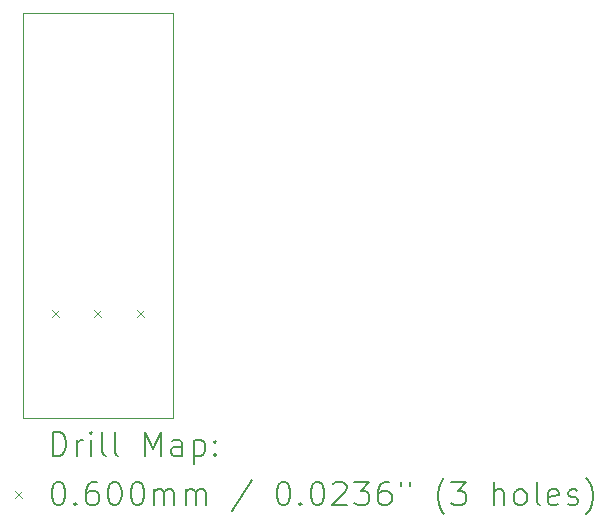
<source format=gbr>
%TF.GenerationSoftware,KiCad,Pcbnew,7.0.9*%
%TF.CreationDate,2023-12-20T10:12:58+01:00*%
%TF.ProjectId,DeHisser4IEM,44654869-7373-4657-9234-49454d2e6b69,rev?*%
%TF.SameCoordinates,PX77e7cd0PY40311b0*%
%TF.FileFunction,Drillmap*%
%TF.FilePolarity,Positive*%
%FSLAX45Y45*%
G04 Gerber Fmt 4.5, Leading zero omitted, Abs format (unit mm)*
G04 Created by KiCad (PCBNEW 7.0.9) date 2023-12-20 10:12:58*
%MOMM*%
%LPD*%
G01*
G04 APERTURE LIST*
%ADD10C,0.100000*%
%ADD11C,0.200000*%
G04 APERTURE END LIST*
D10*
X1270000Y0D02*
X0Y0D01*
X0Y3429000D01*
X1270000Y3429000D01*
X1270000Y0D01*
D11*
D10*
X245000Y919000D02*
X305000Y859000D01*
X305000Y919000D02*
X245000Y859000D01*
X605000Y919000D02*
X665000Y859000D01*
X665000Y919000D02*
X605000Y859000D01*
X965000Y919000D02*
X1025000Y859000D01*
X1025000Y919000D02*
X965000Y859000D01*
D11*
X255777Y-316484D02*
X255777Y-116484D01*
X255777Y-116484D02*
X303396Y-116484D01*
X303396Y-116484D02*
X331967Y-126008D01*
X331967Y-126008D02*
X351015Y-145055D01*
X351015Y-145055D02*
X360539Y-164103D01*
X360539Y-164103D02*
X370062Y-202198D01*
X370062Y-202198D02*
X370062Y-230769D01*
X370062Y-230769D02*
X360539Y-268865D01*
X360539Y-268865D02*
X351015Y-287912D01*
X351015Y-287912D02*
X331967Y-306960D01*
X331967Y-306960D02*
X303396Y-316484D01*
X303396Y-316484D02*
X255777Y-316484D01*
X455777Y-316484D02*
X455777Y-183150D01*
X455777Y-221246D02*
X465301Y-202198D01*
X465301Y-202198D02*
X474824Y-192674D01*
X474824Y-192674D02*
X493872Y-183150D01*
X493872Y-183150D02*
X512920Y-183150D01*
X579586Y-316484D02*
X579586Y-183150D01*
X579586Y-116484D02*
X570063Y-126008D01*
X570063Y-126008D02*
X579586Y-135531D01*
X579586Y-135531D02*
X589110Y-126008D01*
X589110Y-126008D02*
X579586Y-116484D01*
X579586Y-116484D02*
X579586Y-135531D01*
X703396Y-316484D02*
X684348Y-306960D01*
X684348Y-306960D02*
X674824Y-287912D01*
X674824Y-287912D02*
X674824Y-116484D01*
X808158Y-316484D02*
X789110Y-306960D01*
X789110Y-306960D02*
X779586Y-287912D01*
X779586Y-287912D02*
X779586Y-116484D01*
X1036729Y-316484D02*
X1036729Y-116484D01*
X1036729Y-116484D02*
X1103396Y-259341D01*
X1103396Y-259341D02*
X1170063Y-116484D01*
X1170063Y-116484D02*
X1170063Y-316484D01*
X1351015Y-316484D02*
X1351015Y-211722D01*
X1351015Y-211722D02*
X1341491Y-192674D01*
X1341491Y-192674D02*
X1322444Y-183150D01*
X1322444Y-183150D02*
X1284348Y-183150D01*
X1284348Y-183150D02*
X1265301Y-192674D01*
X1351015Y-306960D02*
X1331967Y-316484D01*
X1331967Y-316484D02*
X1284348Y-316484D01*
X1284348Y-316484D02*
X1265301Y-306960D01*
X1265301Y-306960D02*
X1255777Y-287912D01*
X1255777Y-287912D02*
X1255777Y-268865D01*
X1255777Y-268865D02*
X1265301Y-249817D01*
X1265301Y-249817D02*
X1284348Y-240293D01*
X1284348Y-240293D02*
X1331967Y-240293D01*
X1331967Y-240293D02*
X1351015Y-230769D01*
X1446253Y-183150D02*
X1446253Y-383150D01*
X1446253Y-192674D02*
X1465301Y-183150D01*
X1465301Y-183150D02*
X1503396Y-183150D01*
X1503396Y-183150D02*
X1522443Y-192674D01*
X1522443Y-192674D02*
X1531967Y-202198D01*
X1531967Y-202198D02*
X1541491Y-221246D01*
X1541491Y-221246D02*
X1541491Y-278389D01*
X1541491Y-278389D02*
X1531967Y-297436D01*
X1531967Y-297436D02*
X1522443Y-306960D01*
X1522443Y-306960D02*
X1503396Y-316484D01*
X1503396Y-316484D02*
X1465301Y-316484D01*
X1465301Y-316484D02*
X1446253Y-306960D01*
X1627205Y-297436D02*
X1636729Y-306960D01*
X1636729Y-306960D02*
X1627205Y-316484D01*
X1627205Y-316484D02*
X1617682Y-306960D01*
X1617682Y-306960D02*
X1627205Y-297436D01*
X1627205Y-297436D02*
X1627205Y-316484D01*
X1627205Y-192674D02*
X1636729Y-202198D01*
X1636729Y-202198D02*
X1627205Y-211722D01*
X1627205Y-211722D02*
X1617682Y-202198D01*
X1617682Y-202198D02*
X1627205Y-192674D01*
X1627205Y-192674D02*
X1627205Y-211722D01*
D10*
X-65000Y-615000D02*
X-5000Y-675000D01*
X-5000Y-615000D02*
X-65000Y-675000D01*
D11*
X293872Y-536484D02*
X312920Y-536484D01*
X312920Y-536484D02*
X331967Y-546008D01*
X331967Y-546008D02*
X341491Y-555531D01*
X341491Y-555531D02*
X351015Y-574579D01*
X351015Y-574579D02*
X360539Y-612674D01*
X360539Y-612674D02*
X360539Y-660293D01*
X360539Y-660293D02*
X351015Y-698389D01*
X351015Y-698389D02*
X341491Y-717436D01*
X341491Y-717436D02*
X331967Y-726960D01*
X331967Y-726960D02*
X312920Y-736484D01*
X312920Y-736484D02*
X293872Y-736484D01*
X293872Y-736484D02*
X274824Y-726960D01*
X274824Y-726960D02*
X265301Y-717436D01*
X265301Y-717436D02*
X255777Y-698389D01*
X255777Y-698389D02*
X246253Y-660293D01*
X246253Y-660293D02*
X246253Y-612674D01*
X246253Y-612674D02*
X255777Y-574579D01*
X255777Y-574579D02*
X265301Y-555531D01*
X265301Y-555531D02*
X274824Y-546008D01*
X274824Y-546008D02*
X293872Y-536484D01*
X446253Y-717436D02*
X455777Y-726960D01*
X455777Y-726960D02*
X446253Y-736484D01*
X446253Y-736484D02*
X436729Y-726960D01*
X436729Y-726960D02*
X446253Y-717436D01*
X446253Y-717436D02*
X446253Y-736484D01*
X627205Y-536484D02*
X589110Y-536484D01*
X589110Y-536484D02*
X570063Y-546008D01*
X570063Y-546008D02*
X560539Y-555531D01*
X560539Y-555531D02*
X541491Y-584103D01*
X541491Y-584103D02*
X531967Y-622198D01*
X531967Y-622198D02*
X531967Y-698389D01*
X531967Y-698389D02*
X541491Y-717436D01*
X541491Y-717436D02*
X551015Y-726960D01*
X551015Y-726960D02*
X570063Y-736484D01*
X570063Y-736484D02*
X608158Y-736484D01*
X608158Y-736484D02*
X627205Y-726960D01*
X627205Y-726960D02*
X636729Y-717436D01*
X636729Y-717436D02*
X646253Y-698389D01*
X646253Y-698389D02*
X646253Y-650770D01*
X646253Y-650770D02*
X636729Y-631722D01*
X636729Y-631722D02*
X627205Y-622198D01*
X627205Y-622198D02*
X608158Y-612674D01*
X608158Y-612674D02*
X570063Y-612674D01*
X570063Y-612674D02*
X551015Y-622198D01*
X551015Y-622198D02*
X541491Y-631722D01*
X541491Y-631722D02*
X531967Y-650770D01*
X770062Y-536484D02*
X789110Y-536484D01*
X789110Y-536484D02*
X808158Y-546008D01*
X808158Y-546008D02*
X817682Y-555531D01*
X817682Y-555531D02*
X827205Y-574579D01*
X827205Y-574579D02*
X836729Y-612674D01*
X836729Y-612674D02*
X836729Y-660293D01*
X836729Y-660293D02*
X827205Y-698389D01*
X827205Y-698389D02*
X817682Y-717436D01*
X817682Y-717436D02*
X808158Y-726960D01*
X808158Y-726960D02*
X789110Y-736484D01*
X789110Y-736484D02*
X770062Y-736484D01*
X770062Y-736484D02*
X751015Y-726960D01*
X751015Y-726960D02*
X741491Y-717436D01*
X741491Y-717436D02*
X731967Y-698389D01*
X731967Y-698389D02*
X722443Y-660293D01*
X722443Y-660293D02*
X722443Y-612674D01*
X722443Y-612674D02*
X731967Y-574579D01*
X731967Y-574579D02*
X741491Y-555531D01*
X741491Y-555531D02*
X751015Y-546008D01*
X751015Y-546008D02*
X770062Y-536484D01*
X960539Y-536484D02*
X979586Y-536484D01*
X979586Y-536484D02*
X998634Y-546008D01*
X998634Y-546008D02*
X1008158Y-555531D01*
X1008158Y-555531D02*
X1017682Y-574579D01*
X1017682Y-574579D02*
X1027205Y-612674D01*
X1027205Y-612674D02*
X1027205Y-660293D01*
X1027205Y-660293D02*
X1017682Y-698389D01*
X1017682Y-698389D02*
X1008158Y-717436D01*
X1008158Y-717436D02*
X998634Y-726960D01*
X998634Y-726960D02*
X979586Y-736484D01*
X979586Y-736484D02*
X960539Y-736484D01*
X960539Y-736484D02*
X941491Y-726960D01*
X941491Y-726960D02*
X931967Y-717436D01*
X931967Y-717436D02*
X922443Y-698389D01*
X922443Y-698389D02*
X912920Y-660293D01*
X912920Y-660293D02*
X912920Y-612674D01*
X912920Y-612674D02*
X922443Y-574579D01*
X922443Y-574579D02*
X931967Y-555531D01*
X931967Y-555531D02*
X941491Y-546008D01*
X941491Y-546008D02*
X960539Y-536484D01*
X1112920Y-736484D02*
X1112920Y-603150D01*
X1112920Y-622198D02*
X1122444Y-612674D01*
X1122444Y-612674D02*
X1141491Y-603150D01*
X1141491Y-603150D02*
X1170063Y-603150D01*
X1170063Y-603150D02*
X1189110Y-612674D01*
X1189110Y-612674D02*
X1198634Y-631722D01*
X1198634Y-631722D02*
X1198634Y-736484D01*
X1198634Y-631722D02*
X1208158Y-612674D01*
X1208158Y-612674D02*
X1227205Y-603150D01*
X1227205Y-603150D02*
X1255777Y-603150D01*
X1255777Y-603150D02*
X1274825Y-612674D01*
X1274825Y-612674D02*
X1284348Y-631722D01*
X1284348Y-631722D02*
X1284348Y-736484D01*
X1379586Y-736484D02*
X1379586Y-603150D01*
X1379586Y-622198D02*
X1389110Y-612674D01*
X1389110Y-612674D02*
X1408158Y-603150D01*
X1408158Y-603150D02*
X1436729Y-603150D01*
X1436729Y-603150D02*
X1455777Y-612674D01*
X1455777Y-612674D02*
X1465301Y-631722D01*
X1465301Y-631722D02*
X1465301Y-736484D01*
X1465301Y-631722D02*
X1474824Y-612674D01*
X1474824Y-612674D02*
X1493872Y-603150D01*
X1493872Y-603150D02*
X1522443Y-603150D01*
X1522443Y-603150D02*
X1541491Y-612674D01*
X1541491Y-612674D02*
X1551015Y-631722D01*
X1551015Y-631722D02*
X1551015Y-736484D01*
X1941491Y-526960D02*
X1770063Y-784103D01*
X2198634Y-536484D02*
X2217682Y-536484D01*
X2217682Y-536484D02*
X2236729Y-546008D01*
X2236729Y-546008D02*
X2246253Y-555531D01*
X2246253Y-555531D02*
X2255777Y-574579D01*
X2255777Y-574579D02*
X2265301Y-612674D01*
X2265301Y-612674D02*
X2265301Y-660293D01*
X2265301Y-660293D02*
X2255777Y-698389D01*
X2255777Y-698389D02*
X2246253Y-717436D01*
X2246253Y-717436D02*
X2236729Y-726960D01*
X2236729Y-726960D02*
X2217682Y-736484D01*
X2217682Y-736484D02*
X2198634Y-736484D01*
X2198634Y-736484D02*
X2179587Y-726960D01*
X2179587Y-726960D02*
X2170063Y-717436D01*
X2170063Y-717436D02*
X2160539Y-698389D01*
X2160539Y-698389D02*
X2151015Y-660293D01*
X2151015Y-660293D02*
X2151015Y-612674D01*
X2151015Y-612674D02*
X2160539Y-574579D01*
X2160539Y-574579D02*
X2170063Y-555531D01*
X2170063Y-555531D02*
X2179587Y-546008D01*
X2179587Y-546008D02*
X2198634Y-536484D01*
X2351015Y-717436D02*
X2360539Y-726960D01*
X2360539Y-726960D02*
X2351015Y-736484D01*
X2351015Y-736484D02*
X2341491Y-726960D01*
X2341491Y-726960D02*
X2351015Y-717436D01*
X2351015Y-717436D02*
X2351015Y-736484D01*
X2484348Y-536484D02*
X2503396Y-536484D01*
X2503396Y-536484D02*
X2522444Y-546008D01*
X2522444Y-546008D02*
X2531968Y-555531D01*
X2531968Y-555531D02*
X2541491Y-574579D01*
X2541491Y-574579D02*
X2551015Y-612674D01*
X2551015Y-612674D02*
X2551015Y-660293D01*
X2551015Y-660293D02*
X2541491Y-698389D01*
X2541491Y-698389D02*
X2531968Y-717436D01*
X2531968Y-717436D02*
X2522444Y-726960D01*
X2522444Y-726960D02*
X2503396Y-736484D01*
X2503396Y-736484D02*
X2484348Y-736484D01*
X2484348Y-736484D02*
X2465301Y-726960D01*
X2465301Y-726960D02*
X2455777Y-717436D01*
X2455777Y-717436D02*
X2446253Y-698389D01*
X2446253Y-698389D02*
X2436729Y-660293D01*
X2436729Y-660293D02*
X2436729Y-612674D01*
X2436729Y-612674D02*
X2446253Y-574579D01*
X2446253Y-574579D02*
X2455777Y-555531D01*
X2455777Y-555531D02*
X2465301Y-546008D01*
X2465301Y-546008D02*
X2484348Y-536484D01*
X2627206Y-555531D02*
X2636729Y-546008D01*
X2636729Y-546008D02*
X2655777Y-536484D01*
X2655777Y-536484D02*
X2703396Y-536484D01*
X2703396Y-536484D02*
X2722444Y-546008D01*
X2722444Y-546008D02*
X2731968Y-555531D01*
X2731968Y-555531D02*
X2741491Y-574579D01*
X2741491Y-574579D02*
X2741491Y-593627D01*
X2741491Y-593627D02*
X2731968Y-622198D01*
X2731968Y-622198D02*
X2617682Y-736484D01*
X2617682Y-736484D02*
X2741491Y-736484D01*
X2808158Y-536484D02*
X2931967Y-536484D01*
X2931967Y-536484D02*
X2865301Y-612674D01*
X2865301Y-612674D02*
X2893872Y-612674D01*
X2893872Y-612674D02*
X2912920Y-622198D01*
X2912920Y-622198D02*
X2922444Y-631722D01*
X2922444Y-631722D02*
X2931967Y-650770D01*
X2931967Y-650770D02*
X2931967Y-698389D01*
X2931967Y-698389D02*
X2922444Y-717436D01*
X2922444Y-717436D02*
X2912920Y-726960D01*
X2912920Y-726960D02*
X2893872Y-736484D01*
X2893872Y-736484D02*
X2836729Y-736484D01*
X2836729Y-736484D02*
X2817682Y-726960D01*
X2817682Y-726960D02*
X2808158Y-717436D01*
X3103396Y-536484D02*
X3065301Y-536484D01*
X3065301Y-536484D02*
X3046253Y-546008D01*
X3046253Y-546008D02*
X3036729Y-555531D01*
X3036729Y-555531D02*
X3017682Y-584103D01*
X3017682Y-584103D02*
X3008158Y-622198D01*
X3008158Y-622198D02*
X3008158Y-698389D01*
X3008158Y-698389D02*
X3017682Y-717436D01*
X3017682Y-717436D02*
X3027206Y-726960D01*
X3027206Y-726960D02*
X3046253Y-736484D01*
X3046253Y-736484D02*
X3084348Y-736484D01*
X3084348Y-736484D02*
X3103396Y-726960D01*
X3103396Y-726960D02*
X3112920Y-717436D01*
X3112920Y-717436D02*
X3122444Y-698389D01*
X3122444Y-698389D02*
X3122444Y-650770D01*
X3122444Y-650770D02*
X3112920Y-631722D01*
X3112920Y-631722D02*
X3103396Y-622198D01*
X3103396Y-622198D02*
X3084348Y-612674D01*
X3084348Y-612674D02*
X3046253Y-612674D01*
X3046253Y-612674D02*
X3027206Y-622198D01*
X3027206Y-622198D02*
X3017682Y-631722D01*
X3017682Y-631722D02*
X3008158Y-650770D01*
X3198634Y-536484D02*
X3198634Y-574579D01*
X3274825Y-536484D02*
X3274825Y-574579D01*
X3570063Y-812674D02*
X3560539Y-803150D01*
X3560539Y-803150D02*
X3541491Y-774579D01*
X3541491Y-774579D02*
X3531968Y-755531D01*
X3531968Y-755531D02*
X3522444Y-726960D01*
X3522444Y-726960D02*
X3512920Y-679341D01*
X3512920Y-679341D02*
X3512920Y-641246D01*
X3512920Y-641246D02*
X3522444Y-593627D01*
X3522444Y-593627D02*
X3531968Y-565055D01*
X3531968Y-565055D02*
X3541491Y-546008D01*
X3541491Y-546008D02*
X3560539Y-517436D01*
X3560539Y-517436D02*
X3570063Y-507912D01*
X3627206Y-536484D02*
X3751015Y-536484D01*
X3751015Y-536484D02*
X3684348Y-612674D01*
X3684348Y-612674D02*
X3712920Y-612674D01*
X3712920Y-612674D02*
X3731968Y-622198D01*
X3731968Y-622198D02*
X3741491Y-631722D01*
X3741491Y-631722D02*
X3751015Y-650770D01*
X3751015Y-650770D02*
X3751015Y-698389D01*
X3751015Y-698389D02*
X3741491Y-717436D01*
X3741491Y-717436D02*
X3731968Y-726960D01*
X3731968Y-726960D02*
X3712920Y-736484D01*
X3712920Y-736484D02*
X3655777Y-736484D01*
X3655777Y-736484D02*
X3636729Y-726960D01*
X3636729Y-726960D02*
X3627206Y-717436D01*
X3989110Y-736484D02*
X3989110Y-536484D01*
X4074825Y-736484D02*
X4074825Y-631722D01*
X4074825Y-631722D02*
X4065301Y-612674D01*
X4065301Y-612674D02*
X4046253Y-603150D01*
X4046253Y-603150D02*
X4017682Y-603150D01*
X4017682Y-603150D02*
X3998634Y-612674D01*
X3998634Y-612674D02*
X3989110Y-622198D01*
X4198634Y-736484D02*
X4179587Y-726960D01*
X4179587Y-726960D02*
X4170063Y-717436D01*
X4170063Y-717436D02*
X4160539Y-698389D01*
X4160539Y-698389D02*
X4160539Y-641246D01*
X4160539Y-641246D02*
X4170063Y-622198D01*
X4170063Y-622198D02*
X4179587Y-612674D01*
X4179587Y-612674D02*
X4198634Y-603150D01*
X4198634Y-603150D02*
X4227206Y-603150D01*
X4227206Y-603150D02*
X4246253Y-612674D01*
X4246253Y-612674D02*
X4255777Y-622198D01*
X4255777Y-622198D02*
X4265301Y-641246D01*
X4265301Y-641246D02*
X4265301Y-698389D01*
X4265301Y-698389D02*
X4255777Y-717436D01*
X4255777Y-717436D02*
X4246253Y-726960D01*
X4246253Y-726960D02*
X4227206Y-736484D01*
X4227206Y-736484D02*
X4198634Y-736484D01*
X4379587Y-736484D02*
X4360539Y-726960D01*
X4360539Y-726960D02*
X4351015Y-707912D01*
X4351015Y-707912D02*
X4351015Y-536484D01*
X4531968Y-726960D02*
X4512920Y-736484D01*
X4512920Y-736484D02*
X4474825Y-736484D01*
X4474825Y-736484D02*
X4455777Y-726960D01*
X4455777Y-726960D02*
X4446253Y-707912D01*
X4446253Y-707912D02*
X4446253Y-631722D01*
X4446253Y-631722D02*
X4455777Y-612674D01*
X4455777Y-612674D02*
X4474825Y-603150D01*
X4474825Y-603150D02*
X4512920Y-603150D01*
X4512920Y-603150D02*
X4531968Y-612674D01*
X4531968Y-612674D02*
X4541492Y-631722D01*
X4541492Y-631722D02*
X4541492Y-650770D01*
X4541492Y-650770D02*
X4446253Y-669817D01*
X4617682Y-726960D02*
X4636730Y-736484D01*
X4636730Y-736484D02*
X4674825Y-736484D01*
X4674825Y-736484D02*
X4693873Y-726960D01*
X4693873Y-726960D02*
X4703396Y-707912D01*
X4703396Y-707912D02*
X4703396Y-698389D01*
X4703396Y-698389D02*
X4693873Y-679341D01*
X4693873Y-679341D02*
X4674825Y-669817D01*
X4674825Y-669817D02*
X4646253Y-669817D01*
X4646253Y-669817D02*
X4627206Y-660293D01*
X4627206Y-660293D02*
X4617682Y-641246D01*
X4617682Y-641246D02*
X4617682Y-631722D01*
X4617682Y-631722D02*
X4627206Y-612674D01*
X4627206Y-612674D02*
X4646253Y-603150D01*
X4646253Y-603150D02*
X4674825Y-603150D01*
X4674825Y-603150D02*
X4693873Y-612674D01*
X4770063Y-812674D02*
X4779587Y-803150D01*
X4779587Y-803150D02*
X4798634Y-774579D01*
X4798634Y-774579D02*
X4808158Y-755531D01*
X4808158Y-755531D02*
X4817682Y-726960D01*
X4817682Y-726960D02*
X4827206Y-679341D01*
X4827206Y-679341D02*
X4827206Y-641246D01*
X4827206Y-641246D02*
X4817682Y-593627D01*
X4817682Y-593627D02*
X4808158Y-565055D01*
X4808158Y-565055D02*
X4798634Y-546008D01*
X4798634Y-546008D02*
X4779587Y-517436D01*
X4779587Y-517436D02*
X4770063Y-507912D01*
M02*

</source>
